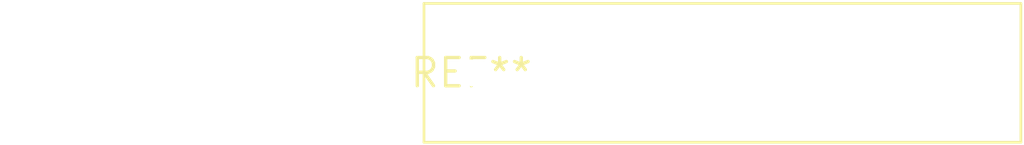
<source format=kicad_pcb>
(kicad_pcb (version 20240108) (generator pcbnew)
  (layers (0 "F.Cu" signal) (31 "B.Cu" signal) (34 "B.Paste" user) (35 "F.Paste" user) (36 "B.SilkS" user "B.Silkscreen") (37 "F.SilkS" user "F.Silkscreen") (38 "B.Mask" user) (39 "F.Mask" user) (44 "Edge.Cuts" user))
  (net 0 "")
  (footprint "C_Rect_L26.5mm_W6.0mm_P22.50mm_MKS4" (layer "F.Cu") (at 0 0)
    (property "Reference" "REF**")
    (property "Value" "C_Rect_L26.5mm_W6.0mm_P22.50mm_MKS4")
    (fp_line (start -2.12 -3.12) (end -2.12 3.12) (layer "F.SilkS") (stroke (width 0.12)))
    (fp_line (start -2.12 -3.12) (end 24.62 -3.12) (layer "F.SilkS") (stroke (width 0.12)))
    (fp_line (start -2.12 3.12) (end 24.62 3.12) (layer "F.SilkS") (stroke (width 0.12)))
    (fp_line (start 24.62 -3.12) (end 24.62 3.12) (layer "F.SilkS") (stroke (width 0.12)))
    (pad "1" thru_hole circle (at 0 0) (size 2.4 2.4) (drill 1.2) (layers *.Cu *.Mask) (remove_unused_layers))
    (pad "2" thru_hole circle (at 22.5 0) (size 2.4 2.4) (drill 1.2) (layers *.Cu *.Mask) (remove_unused_layers))
  )
)
</source>
